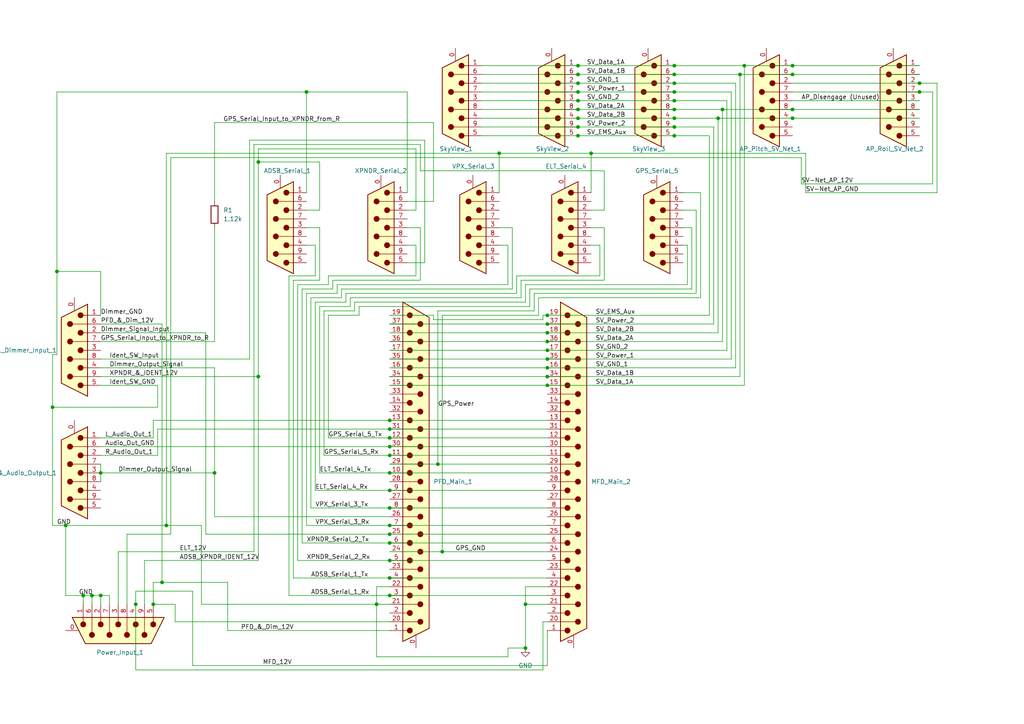
<source format=kicad_sch>
(kicad_sch (version 20230121) (generator eeschema)
  (paper "A4")
  (title_block (title "SkyView Interface board") (date "2024-02-19") (rev "v1.5"))
  (lib_symbols
    (symbol "Connector:DC37_Plug_MountingHoles" (pin_names (offset 1.016) hide)
      (property "Reference" "J" (at 0 52.705 0))
      (property "Value" "DC37_Plug_MountingHoles" (at 0 50.8 0))
      (symbol "DC37_Plug_MountingHoles_0_1"
        (circle (center -1.778 -45.72) (radius 0.762) (fill (type outline)))
        (circle (center -1.778 -40.64) (radius 0.762) (fill (type outline)))
        (circle (center -1.778 -35.56) (radius 0.762) (fill (type outline)))
        (circle (center -1.778 -30.48) (radius 0.762) (fill (type outline)))
        (circle (center -1.778 -25.4) (radius 0.762) (fill (type outline)))
        (circle (center -1.778 -20.32) (radius 0.762) (fill (type outline)))
        (circle (center -1.778 -15.24) (radius 0.762) (fill (type outline)))
        (circle (center -1.778 -10.16) (radius 0.762) (fill (type outline)))
        (circle (center -1.778 -5.08) (radius 0.762) (fill (type outline)))
        (circle (center -1.778 0) (radius 0.762) (fill (type outline)))
        (circle (center -1.778 5.08) (radius 0.762) (fill (type outline)))
        (circle (center -1.778 10.16) (radius 0.762) (fill (type outline)))
        (circle (center -1.778 15.24) (radius 0.762) (fill (type outline)))
        (circle (center -1.778 20.32) (radius 0.762) (fill (type outline)))
        (circle (center -1.778 25.4) (radius 0.762) (fill (type outline)))
        (circle (center -1.778 30.48) (radius 0.762) (fill (type outline)))
        (circle (center -1.778 35.56) (radius 0.762) (fill (type outline)))
        (circle (center -1.778 40.64) (radius 0.762) (fill (type outline)))
        (circle (center -1.778 45.72) (radius 0.762) (fill (type outline)))
        (polyline (pts (xy -3.81 -45.72) (xy -2.54 -45.72)))
        (polyline (pts (xy -3.81 -43.18) (xy 0.508 -43.18)))
        (polyline (pts (xy -3.81 -40.64) (xy -2.54 -40.64)))
        (polyline (pts (xy -3.81 -38.1) (xy 0.508 -38.1)))
        (polyline (pts (xy -3.81 -35.56) (xy -2.54 -35.56)))
        (polyline (pts (xy -3.81 -33.02) (xy 0.508 -33.02)))
        (polyline (pts (xy -3.81 -30.48) (xy -2.54 -30.48)))
        (polyline (pts (xy -3.81 -27.94) (xy 0.508 -27.94)))
        (polyline (pts (xy -3.81 -25.4) (xy -2.54 -25.4)))
        (polyline (pts (xy -3.81 -22.86) (xy 0.508 -22.86)))
        (polyline (pts (xy -3.81 -20.32) (xy -2.54 -20.32)))
        (polyline (pts (xy -3.81 -17.78) (xy 0.508 -17.78)))
        (polyline (pts (xy -3.81 -15.24) (xy -2.54 -15.24)))
        (polyline (pts (xy -3.81 -12.7) (xy 0.508 -12.7)))
        (polyline (pts (xy -3.81 -10.16) (xy -2.54 -10.16)))
        (polyline (pts (xy -3.81 -7.62) (xy 0.508 -7.62)))
        (polyline (pts (xy -3.81 -5.08) (xy -2.54 -5.08)))
        (polyline (pts (xy -3.81 -2.54) (xy 0.508 -2.54)))
        (polyline (pts (xy -3.81 0) (xy -2.54 0)))
        (polyline (pts (xy -3.81 2.54) (xy 0.508 2.54)))
        (polyline (pts (xy -3.81 5.08) (xy -2.54 5.08)))
        (polyline (pts (xy -3.81 7.62) (xy 0.508 7.62)))
        (polyline (pts (xy -3.81 10.16) (xy -2.54 10.16)))
        (polyline (pts (xy -3.81 12.7) (xy 0.508 12.7)))
        (polyline (pts (xy -3.81 15.24) (xy -2.54 15.24)))
        (polyline (pts (xy -3.81 17.78) (xy 0.508 17.78)))
        (polyline (pts (xy -3.81 20.32) (xy -2.54 20.32)))
        (polyline (pts (xy -3.81 22.86) (xy 0.508 22.86)))
        (polyline (pts (xy -3.81 25.4) (xy -2.54 25.4)))
        (polyline (pts (xy -3.81 27.94) (xy 0.508 27.94)))
        (polyline (pts (xy -3.81 30.48) (xy -2.54 30.48)))
        (polyline (pts (xy -3.81 33.02) (xy 0.508 33.02)))
        (polyline (pts (xy -3.81 35.56) (xy -2.54 35.56)))
        (polyline (pts (xy -3.81 38.1) (xy 0.508 38.1)))
        (polyline (pts (xy -3.81 40.64) (xy -2.54 40.64)))
        (polyline (pts (xy -3.81 43.18) (xy 0.508 43.18)))
        (polyline (pts (xy -3.81 45.72) (xy -2.54 45.72)))
        (polyline (pts (xy -3.81 49.53) (xy 3.81 45.085) (xy 3.81 -45.085) (xy -3.81 -48.895) (xy -3.81 49.53)) (stroke (width 0.254)) (fill (type background)))
        (circle (center 1.27 -43.18) (radius 0.762) (fill (type outline)))
        (circle (center 1.27 -38.1) (radius 0.762) (fill (type outline)))
        (circle (center 1.27 -33.02) (radius 0.762) (fill (type outline)))
        (circle (center 1.27 -27.94) (radius 0.762) (fill (type outline)))
        (circle (center 1.27 -22.86) (radius 0.762) (fill (type outline)))
        (circle (center 1.27 -17.78) (radius 0.762) (fill (type outline)))
        (circle (center 1.27 -12.7) (radius 0.762) (fill (type outline)))
        (circle (center 1.27 -7.62) (radius 0.762) (fill (type outline)))
        (circle (center 1.27 -2.54) (radius 0.762) (fill (type outline)))
        (circle (center 1.27 2.54) (radius 0.762) (fill (type outline)))
        (circle (center 1.27 7.62) (radius 0.762) (fill (type outline)))
        (circle (center 1.27 12.7) (radius 0.762) (fill (type outline)))
        (circle (center 1.27 17.78) (radius 0.762) (fill (type outline)))
        (circle (center 1.27 22.86) (radius 0.762) (fill (type outline)))
        (circle (center 1.27 27.94) (radius 0.762) (fill (type outline)))
        (circle (center 1.27 33.02) (radius 0.762) (fill (type outline)))
        (circle (center 1.27 38.1) (radius 0.762) (fill (type outline)))
        (circle (center 1.27 43.18) (radius 0.762) (fill (type outline)))
      )
      (symbol "DC37_Plug_MountingHoles_1_1"
        (pin passive line (at 0 -50.8 90) (length 3.81) (name "PAD") (number "0"))
        (pin passive line (at -7.62 -45.72 0) (length 3.81) (name "1") (number "1"))
        (pin passive line (at -7.62 0 0) (length 3.81) (name "10") (number "10"))
        (pin passive line (at -7.62 5.08 0) (length 3.81) (name "11") (number "11"))
        (pin passive line (at -7.62 10.16 0) (length 3.81) (name "12") (number "12"))
        (pin passive line (at -7.62 15.24 0) (length 3.81) (name "13") (number "13"))
        (pin passive line (at -7.62 20.32 0) (length 3.81) (name "14") (number "14"))
        (pin passive line (at -7.62 25.4 0) (length 3.81) (name "15") (number "15"))
        (pin passive line (at -7.62 30.48 0) (length 3.81) (name "16") (number "16"))
        (pin passive line (at -7.62 35.56 0) (length 3.81) (name "17") (number "17"))
        (pin passive line (at -7.62 40.64 0) (length 3.81) (name "18") (number "18"))
        (pin passive line (at -7.62 45.72 0) (length 3.81) (name "19") (number "19"))
        (pin passive line (at -7.62 -40.64 0) (length 3.81) (name "2") (number "2"))
        (pin passive line (at -7.62 -43.18 0) (length 3.81) (name "20") (number "20"))
        (pin passive line (at -7.62 -38.1 0) (length 3.81) (name "21") (number "21"))
        (pin passive line (at -7.62 -33.02 0) (length 3.81) (name "22") (number "22"))
        (pin passive line (at -7.62 -27.94 0) (length 3.81) (name "23") (number "23"))
        (pin passive line (at -7.62 -22.86 0) (length 3.81) (name "24") (number "24"))
        (pin passive line (at -7.62 -17.78 0) (length 3.81) (name "25") (number "25"))
        (pin passive line (at -7.62 -12.7 0) (length 3.81) (name "26") (number "26"))
        (pin passive line (at -7.62 -7.62 0) (length 3.81) (name "27") (number "27"))
        (pin passive line (at -7.62 -2.54 0) (length 3.81) (name "28") (number "28"))
        (pin passive line (at -7.62 2.54 0) (length 3.81) (name "29") (number "29"))
        (pin passive line (at -7.62 -35.56 0) (length 3.81) (name "3") (number "3"))
        (pin passive line (at -7.62 7.62 0) (length 3.81) (name "30") (number "30"))
        (pin passive line (at -7.62 12.7 0) (length 3.81) (name "31") (number "31"))
        (pin passive line (at -7.62 17.78 0) (length 3.81) (name "32") (number "32"))
        (pin passive line (at -7.62 22.86 0) (length 3.81) (name "33") (number "33"))
        (pin passive line (at -7.62 27.94 0) (length 3.81) (name "34") (number "34"))
        (pin passive line (at -7.62 33.02 0) (length 3.81) (name "35") (number "35"))
        (pin passive line (at -7.62 38.1 0) (length 3.81) (name "36") (number "36"))
        (pin passive line (at -7.62 43.18 0) (length 3.81) (name "37") (number "37"))
        (pin passive line (at -7.62 -30.48 0) (length 3.81) (name "4") (number "4"))
        (pin passive line (at -7.62 -25.4 0) (length 3.81) (name "5") (number "5"))
        (pin passive line (at -7.62 -20.32 0) (length 3.81) (name "6") (number "6"))
        (pin passive line (at -7.62 -15.24 0) (length 3.81) (name "7") (number "7"))
        (pin passive line (at -7.62 -10.16 0) (length 3.81) (name "8") (number "8"))
        (pin passive line (at -7.62 -5.08 0) (length 3.81) (name "9") (number "9"))
      )
    )
    (symbol "Connector:DE9_Plug_MountingHoles" (pin_names (offset 1.016) hide)
      (property "Reference" "J" (at 0 16.51 0))
      (property "Value" "DE9_Plug_MountingHoles" (at 0 14.605 0))
      (symbol "DE9_Plug_MountingHoles_0_1"
        (circle (center -1.778 -10.16) (radius 0.762) (fill (type outline)))
        (circle (center -1.778 -5.08) (radius 0.762) (fill (type outline)))
        (circle (center -1.778 0) (radius 0.762) (fill (type outline)))
        (circle (center -1.778 5.08) (radius 0.762) (fill (type outline)))
        (circle (center -1.778 10.16) (radius 0.762) (fill (type outline)))
        (polyline (pts (xy -3.81 -10.16) (xy -2.54 -10.16)))
        (polyline (pts (xy -3.81 -7.62) (xy 0.508 -7.62)))
        (polyline (pts (xy -3.81 -5.08) (xy -2.54 -5.08)))
        (polyline (pts (xy -3.81 -2.54) (xy 0.508 -2.54)))
        (polyline (pts (xy -3.81 0) (xy -2.54 0)))
        (polyline (pts (xy -3.81 2.54) (xy 0.508 2.54)))
        (polyline (pts (xy -3.81 5.08) (xy -2.54 5.08)))
        (polyline (pts (xy -3.81 7.62) (xy 0.508 7.62)))
        (polyline (pts (xy -3.81 10.16) (xy -2.54 10.16)))
        (polyline (pts (xy -3.81 -13.335) (xy -3.81 13.335) (xy 3.81 9.525) (xy 3.81 -9.525) (xy -3.81 -13.335)) (stroke (width 0.254)) (fill (type background)))
        (circle (center 1.27 -7.62) (radius 0.762) (fill (type outline)))
        (circle (center 1.27 -2.54) (radius 0.762) (fill (type outline)))
        (circle (center 1.27 2.54) (radius 0.762) (fill (type outline)))
        (circle (center 1.27 7.62) (radius 0.762) (fill (type outline)))
      )
      (symbol "DE9_Plug_MountingHoles_1_1"
        (pin passive line (at 0 -15.24 90) (length 3.81) (name "PAD") (number "0"))
        (pin passive line (at -7.62 -10.16 0) (length 3.81) (name "1") (number "1"))
        (pin passive line (at -7.62 -5.08 0) (length 3.81) (name "2") (number "2"))
        (pin passive line (at -7.62 0 0) (length 3.81) (name "3") (number "3"))
        (pin passive line (at -7.62 5.08 0) (length 3.81) (name "4") (number "4"))
        (pin passive line (at -7.62 10.16 0) (length 3.81) (name "5") (number "5"))
        (pin passive line (at -7.62 -7.62 0) (length 3.81) (name "6") (number "6"))
        (pin passive line (at -7.62 -2.54 0) (length 3.81) (name "7") (number "7"))
        (pin passive line (at -7.62 2.54 0) (length 3.81) (name "8") (number "8"))
        (pin passive line (at -7.62 7.62 0) (length 3.81) (name "9") (number "9"))
      )
    )
    (symbol "Device:R" (pin_numbers hide) (pin_names (offset 0))
      (property "Reference" "R" (at 2.032 0 90))
      (property "Value" "R" (at 0 0 90))
      (symbol "R_0_1"
        (rectangle (start -1.016 -2.54) (end 1.016 2.54) (stroke (width 0.254)))
      )
      (symbol "R_1_1"
        (pin passive line (at 0 3.81 270) (length 1.27) (name "~") (number "1"))
        (pin passive line (at 0 -3.81 90) (length 1.27) (name "~") (number "2"))
      )
    )
    (symbol "power:GND" (power) (pin_names (offset 0))
      (property "Value" "GND" (at 0 -3.81 0))
      (symbol "GND_0_1"
        (polyline (pts (xy 0 0) (xy 0 -1.27) (xy 1.27 -1.27) (xy 0 -2.54) (xy -1.27 -1.27) (xy 0 -1.27)))
      )
      (symbol "GND_1_1"
        (pin power_in line (at 0 0 270) (length 0) hide (name "GND") (number "1"))
      )
    )
  )
  (junction (at 113.03 167.64))
  (junction (at 113.03 132.08))
  (junction (at 158.75 99.06))
  (junction (at 195.58 29.21))
  (junction (at 29.21 137.16))
  (junction (at 266.7 24.13))
  (junction (at 15.24 118.11))
  (junction (at 113.03 142.24))
  (junction (at 74.93 46.99))
  (junction (at 215.9 19.05))
  (junction (at 195.58 31.75))
  (junction (at 167.64 34.29))
  (junction (at 113.03 121.92))
  (junction (at 229.87 19.05))
  (junction (at 167.64 29.21))
  (junction (at 158.75 111.76))
  (junction (at 195.58 39.37))
  (junction (at 208.28 34.29))
  (junction (at 113.03 154.94))
  (junction (at 158.75 93.98))
  (junction (at 74.93 109.22))
  (junction (at 158.75 91.44))
  (junction (at 209.55 31.75))
  (junction (at 158.75 104.14))
  (junction (at 144.78 44.45))
  (junction (at 152.4 187.96))
  (junction (at 24.13 172.72))
  (junction (at 44.45 175.26))
  (junction (at 113.03 129.54))
  (junction (at 113.03 124.46))
  (junction (at 229.87 21.59))
  (junction (at 195.58 19.05))
  (junction (at 26.67 172.72))
  (junction (at 88.9 26.67))
  (junction (at 158.75 96.52))
  (junction (at 109.22 175.26))
  (junction (at 152.4 175.26))
  (junction (at 158.75 101.6))
  (junction (at 113.03 137.16))
  (junction (at 113.03 157.48))
  (junction (at 167.64 21.59))
  (junction (at 48.26 152.4))
  (junction (at 46.99 168.91))
  (junction (at 19.05 152.4))
  (junction (at 195.58 36.83))
  (junction (at 167.64 19.05))
  (junction (at 113.03 152.4))
  (junction (at 113.03 147.32))
  (junction (at 167.64 24.13))
  (junction (at 158.75 106.68))
  (junction (at 16.51 78.74))
  (junction (at 128.27 160.02))
  (junction (at 167.64 39.37))
  (junction (at 167.64 36.83))
  (junction (at 195.58 26.67))
  (junction (at 62.23 137.16))
  (junction (at 195.58 21.59))
  (junction (at 195.58 34.29))
  (junction (at 167.64 26.67))
  (junction (at 158.75 109.22))
  (junction (at 195.58 24.13))
  (junction (at 113.03 162.56))
  (junction (at 127 134.62))
  (junction (at 39.37 175.26))
  (junction (at 266.7 26.67))
  (junction (at 113.03 172.72))
  (junction (at 113.03 127))
  (junction (at 167.64 31.75))
  (junction (at 229.87 31.75))
  (junction (at 214.63 21.59))
  (junction (at 229.87 34.29))
  (junction (at 171.45 44.45))
  (junction (at 29.21 172.72))
  (wire (pts (xy 58.42 152.4) (xy 58.42 175.26)))
  (wire (pts (xy 29.21 134.62) (xy 29.21 137.16)))
  (wire (pts (xy 72.39 40.64) (xy 123.19 40.64)))
  (wire (pts (xy 74.93 109.22) (xy 74.93 162.56)))
  (wire (pts (xy 157.48 194.31) (xy 157.48 180.34)))
  (wire (pts (xy 229.87 26.67) (xy 266.7 26.67)))
  (wire (pts (xy 113.03 104.14) (xy 158.75 104.14)))
  (wire (pts (xy 195.58 21.59) (xy 214.63 21.59)))
  (wire (pts (xy 99.06 83.82) (xy 148.59 83.82)))
  (wire (pts (xy 158.75 91.44) (xy 205.74 91.44)))
  (wire (pts (xy 29.21 172.72) (xy 29.21 175.26)))
  (wire (pts (xy 113.03 170.18) (xy 109.22 170.18)))
  (wire (pts (xy 207.01 93.98) (xy 207.01 36.83)))
  (wire (pts (xy 66.04 182.88) (xy 113.03 182.88)))
  (wire (pts (xy 167.64 24.13) (xy 195.58 24.13)))
  (wire (pts (xy 198.12 55.88) (xy 203.2 55.88)))
  (wire (pts (xy 139.7 26.67) (xy 167.64 26.67)))
  (wire (pts (xy 109.22 190.5) (xy 147.32 190.5)))
  (wire (pts (xy 154.94 90.17) (xy 154.94 85.09)))
  (wire (pts (xy 158.75 109.22) (xy 214.63 109.22)))
  (wire (pts (xy 62.23 35.56) (xy 62.23 58.42)))
  (wire (pts (xy 113.03 134.62) (xy 127 134.62)))
  (wire (pts (xy 152.4 175.26) (xy 152.4 187.96)))
  (wire (pts (xy 34.29 160.02) (xy 34.29 175.26)))
  (wire (pts (xy 36.83 175.26) (xy 36.83 154.94)))
  (wire (pts (xy 113.03 162.56) (xy 158.75 162.56)))
  (wire (pts (xy 128.27 91.44) (xy 128.27 160.02)))
  (wire (pts (xy 127 134.62) (xy 158.75 134.62)))
  (wire (pts (xy 90.17 86.36) (xy 90.17 147.32)))
  (wire (pts (xy 270.51 26.67) (xy 270.51 53.34)))
  (wire (pts (xy 120.65 60.96) (xy 120.65 43.18)))
  (wire (pts (xy 88.9 26.67) (xy 118.11 26.67)))
  (wire (pts (xy 104.14 91.44) (xy 104.14 88.9)))
  (wire (pts (xy 19.05 152.4) (xy 48.26 152.4)))
  (wire (pts (xy 55.88 193.04) (xy 158.75 193.04)))
  (wire (pts (xy 152.4 82.55) (xy 199.39 82.55)))
  (wire (pts (xy 16.51 26.67) (xy 16.51 78.74)))
  (wire (pts (xy 195.58 39.37) (xy 205.74 39.37)))
  (wire (pts (xy 91.44 87.63) (xy 100.33 87.63)))
  (wire (pts (xy 85.09 81.28) (xy 92.71 81.28)))
  (wire (pts (xy 167.64 21.59) (xy 195.58 21.59)))
  (wire (pts (xy 167.64 39.37) (xy 195.58 39.37)))
  (wire (pts (xy 144.78 44.45) (xy 48.26 44.45)))
  (wire (pts (xy 154.94 85.09) (xy 201.93 85.09)))
  (wire (pts (xy 62.23 35.56) (xy 125.73 35.56)))
  (wire (pts (xy 91.44 71.12) (xy 88.9 71.12)))
  (wire (pts (xy 156.21 91.44) (xy 128.27 91.44)))
  (wire (pts (xy 90.17 147.32) (xy 113.03 147.32)))
  (wire (pts (xy 210.82 29.21) (xy 195.58 29.21)))
  (wire (pts (xy 86.36 82.55) (xy 86.36 162.56)))
  (wire (pts (xy 152.4 82.55) (xy 152.4 87.63)))
  (wire (pts (xy 31.75 175.26) (xy 31.75 172.72)))
  (wire (pts (xy 121.92 81.28) (xy 121.92 66.04)))
  (wire (pts (xy 266.7 26.67) (xy 270.51 26.67)))
  (wire (pts (xy 59.69 154.94) (xy 113.03 154.94)))
  (wire (pts (xy 16.51 26.67) (xy 88.9 26.67)))
  (wire (pts (xy 92.71 46.99) (xy 92.71 60.96)))
  (wire (pts (xy 229.87 19.05) (xy 266.7 19.05)))
  (wire (pts (xy 232.41 53.34) (xy 232.41 45.72)))
  (wire (pts (xy 101.6 86.36) (xy 151.13 86.36)))
  (wire (pts (xy 200.66 66.04) (xy 200.66 83.82)))
  (wire (pts (xy 85.09 167.64) (xy 113.03 167.64)))
  (wire (pts (xy 120.65 80.01) (xy 95.25 80.01)))
  (wire (pts (xy 29.21 129.54) (xy 113.03 129.54)))
  (wire (pts (xy 157.48 180.34) (xy 158.75 180.34)))
  (wire (pts (xy 92.71 88.9) (xy 92.71 137.16)))
  (wire (pts (xy 210.82 101.6) (xy 210.82 29.21)))
  (wire (pts (xy 158.75 93.98) (xy 207.01 93.98)))
  (wire (pts (xy 215.9 111.76) (xy 215.9 19.05)))
  (wire (pts (xy 148.59 66.04) (xy 144.78 66.04)))
  (wire (pts (xy 113.03 175.26) (xy 109.22 175.26)))
  (wire (pts (xy 29.21 93.98) (xy 46.99 93.98)))
  (wire (pts (xy 109.22 175.26) (xy 109.22 190.5)))
  (wire (pts (xy 113.03 101.6) (xy 158.75 101.6)))
  (wire (pts (xy 157.48 91.44) (xy 158.75 91.44)))
  (wire (pts (xy 118.11 71.12) (xy 120.65 71.12)))
  (wire (pts (xy 15.24 118.11) (xy 45.72 118.11)))
  (wire (pts (xy 41.91 162.56) (xy 41.91 175.26)))
  (wire (pts (xy 266.7 24.13) (xy 271.78 24.13)))
  (wire (pts (xy 46.99 168.91) (xy 66.04 168.91)))
  (wire (pts (xy 95.25 127) (xy 95.25 91.44)))
  (wire (pts (xy 93.98 132.08) (xy 113.03 132.08)))
  (wire (pts (xy 151.13 81.28) (xy 151.13 86.36)))
  (wire (pts (xy 91.44 80.01) (xy 83.82 80.01)))
  (wire (pts (xy 26.67 172.72) (xy 29.21 172.72)))
  (wire (pts (xy 26.67 172.72) (xy 26.67 175.26)))
  (wire (pts (xy 91.44 142.24) (xy 113.03 142.24)))
  (wire (pts (xy 147.32 71.12) (xy 144.78 71.12)))
  (wire (pts (xy 229.87 29.21) (xy 266.7 29.21)))
  (wire (pts (xy 156.21 86.36) (xy 203.2 86.36)))
  (wire (pts (xy 44.45 175.26) (xy 50.8 175.26)))
  (wire (pts (xy 29.21 99.06) (xy 62.23 99.06)))
  (wire (pts (xy 102.87 87.63) (xy 102.87 90.17)))
  (wire (pts (xy 74.93 43.18) (xy 120.65 43.18)))
  (wire (pts (xy 15.24 102.87) (xy 15.24 118.11)))
  (wire (pts (xy 113.03 160.02) (xy 128.27 160.02)))
  (wire (pts (xy 55.88 171.45) (xy 55.88 193.04)))
  (wire (pts (xy 203.2 86.36) (xy 203.2 55.88)))
  (wire (pts (xy 139.7 36.83) (xy 167.64 36.83)))
  (wire (pts (xy 229.87 34.29) (xy 266.7 34.29)))
  (wire (pts (xy 147.32 190.5) (xy 147.32 187.96)))
  (wire (pts (xy 158.75 170.18) (xy 152.4 170.18)))
  (wire (pts (xy 39.37 194.31) (xy 157.48 194.31)))
  (wire (pts (xy 46.99 168.91) (xy 44.45 168.91)))
  (wire (pts (xy 195.58 36.83) (xy 207.01 36.83)))
  (wire (pts (xy 113.03 180.34) (xy 50.8 180.34)))
  (wire (pts (xy 127 90.17) (xy 127 134.62)))
  (wire (pts (xy 87.63 83.82) (xy 96.52 83.82)))
  (wire (pts (xy 39.37 171.45) (xy 39.37 175.26)))
  (wire (pts (xy 173.99 71.12) (xy 171.45 71.12)))
  (wire (pts (xy 15.24 152.4) (xy 19.05 152.4)))
  (wire (pts (xy 88.9 85.09) (xy 88.9 152.4)))
  (wire (pts (xy 55.88 171.45) (xy 39.37 171.45)))
  (wire (pts (xy 113.03 132.08) (xy 158.75 132.08)))
  (wire (pts (xy 36.83 154.94) (xy 49.53 154.94)))
  (wire (pts (xy 213.36 106.68) (xy 213.36 24.13)))
  (wire (pts (xy 152.4 87.63) (xy 102.87 87.63)))
  (wire (pts (xy 91.44 71.12) (xy 91.44 80.01)))
  (wire (pts (xy 233.68 44.45) (xy 171.45 44.45)))
  (wire (pts (xy 147.32 82.55) (xy 97.79 82.55)))
  (wire (pts (xy 158.75 99.06) (xy 209.55 99.06)))
  (wire (pts (xy 113.03 109.22) (xy 158.75 109.22)))
  (wire (pts (xy 113.03 152.4) (xy 158.75 152.4)))
  (wire (pts (xy 15.24 118.11) (xy 15.24 152.4)))
  (wire (pts (xy 118.11 60.96) (xy 120.65 60.96)))
  (wire (pts (xy 45.72 124.46) (xy 113.03 124.46)))
  (wire (pts (xy 147.32 71.12) (xy 147.32 82.55)))
  (wire (pts (xy 118.11 66.04) (xy 121.92 66.04)))
  (wire (pts (xy 158.75 106.68) (xy 213.36 106.68)))
  (wire (pts (xy 113.03 121.92) (xy 158.75 121.92)))
  (wire (pts (xy 97.79 85.09) (xy 88.9 85.09)))
  (wire (pts (xy 113.03 127) (xy 158.75 127)))
  (wire (pts (xy 175.26 49.53) (xy 121.92 49.53)))
  (wire (pts (xy 29.21 111.76) (xy 45.72 111.76)))
  (wire (pts (xy 158.75 182.88) (xy 158.75 193.04)))
  (wire (pts (xy 97.79 82.55) (xy 97.79 85.09)))
  (wire (pts (xy 215.9 19.05) (xy 229.87 19.05)))
  (wire (pts (xy 144.78 44.45) (xy 144.78 55.88)))
  (wire (pts (xy 104.14 88.9) (xy 153.67 88.9)))
  (wire (pts (xy 158.75 175.26) (xy 152.4 175.26)))
  (wire (pts (xy 214.63 21.59) (xy 229.87 21.59)))
  (wire (pts (xy 62.23 106.68) (xy 62.23 137.16)))
  (wire (pts (xy 95.25 80.01) (xy 95.25 82.55)))
  (wire (pts (xy 74.93 46.99) (xy 92.71 46.99)))
  (wire (pts (xy 29.21 78.74) (xy 16.51 78.74)))
  (wire (pts (xy 271.78 24.13) (xy 271.78 55.88)))
  (wire (pts (xy 113.03 93.98) (xy 158.75 93.98)))
  (wire (pts (xy 229.87 31.75) (xy 266.7 31.75)))
  (wire (pts (xy 102.87 90.17) (xy 93.98 90.17)))
  (wire (pts (xy 173.99 71.12) (xy 173.99 80.01)))
  (wire (pts (xy 29.21 109.22) (xy 74.93 109.22)))
  (wire (pts (xy 113.03 96.52) (xy 158.75 96.52)))
  (wire (pts (xy 195.58 31.75) (xy 209.55 31.75)))
  (wire (pts (xy 139.7 31.75) (xy 167.64 31.75)))
  (wire (pts (xy 157.48 92.71) (xy 157.48 91.44)))
  (wire (pts (xy 158.75 104.14) (xy 212.09 104.14)))
  (wire (pts (xy 113.03 137.16) (xy 158.75 137.16)))
  (wire (pts (xy 153.67 83.82) (xy 200.66 83.82)))
  (wire (pts (xy 101.6 86.36) (xy 101.6 88.9)))
  (wire (pts (xy 212.09 104.14) (xy 212.09 26.67)))
  (wire (pts (xy 171.45 60.96) (xy 175.26 60.96)))
  (wire (pts (xy 59.69 96.52) (xy 59.69 154.94)))
  (wire (pts (xy 156.21 86.36) (xy 156.21 91.44)))
  (wire (pts (xy 214.63 109.22) (xy 214.63 21.59)))
  (wire (pts (xy 113.03 154.94) (xy 158.75 154.94)))
  (wire (pts (xy 62.23 137.16) (xy 62.23 149.86)))
  (wire (pts (xy 153.67 88.9) (xy 153.67 83.82)))
  (wire (pts (xy 88.9 152.4) (xy 113.03 152.4)))
  (wire (pts (xy 167.64 19.05) (xy 195.58 19.05)))
  (wire (pts (xy 139.7 21.59) (xy 167.64 21.59)))
  (wire (pts (xy 175.26 66.04) (xy 175.26 81.28)))
  (wire (pts (xy 149.86 85.09) (xy 149.86 80.01)))
  (wire (pts (xy 74.93 46.99) (xy 74.93 109.22)))
  (wire (pts (xy 92.71 60.96) (xy 88.9 60.96)))
  (wire (pts (xy 44.45 121.92) (xy 44.45 127)))
  (wire (pts (xy 125.73 92.71) (xy 157.48 92.71)))
  (wire (pts (xy 139.7 39.37) (xy 167.64 39.37)))
  (wire (pts (xy 147.32 187.96) (xy 152.4 187.96)))
  (wire (pts (xy 149.86 80.01) (xy 173.99 80.01)))
  (wire (pts (xy 158.75 101.6) (xy 210.82 101.6)))
  (wire (pts (xy 109.22 170.18) (xy 109.22 175.26)))
  (wire (pts (xy 199.39 71.12) (xy 199.39 82.55)))
  (wire (pts (xy 45.72 124.46) (xy 45.72 132.08)))
  (wire (pts (xy 195.58 26.67) (xy 212.09 26.67)))
  (wire (pts (xy 92.71 66.04) (xy 92.71 81.28)))
  (wire (pts (xy 120.65 71.12) (xy 120.65 80.01)))
  (wire (pts (xy 229.87 21.59) (xy 266.7 21.59)))
  (wire (pts (xy 113.03 157.48) (xy 158.75 157.48)))
  (wire (pts (xy 123.19 40.64) (xy 123.19 76.2)))
  (wire (pts (xy 100.33 85.09) (xy 149.86 85.09)))
  (wire (pts (xy 125.73 35.56) (xy 125.73 58.42)))
  (wire (pts (xy 95.25 82.55) (xy 86.36 82.55)))
  (wire (pts (xy 171.45 44.45) (xy 144.78 44.45)))
  (wire (pts (xy 96.52 81.28) (xy 121.92 81.28)))
  (wire (pts (xy 73.66 41.91) (xy 73.66 160.02)))
  (wire (pts (xy 113.03 124.46) (xy 158.75 124.46)))
  (wire (pts (xy 101.6 88.9) (xy 92.71 88.9)))
  (wire (pts (xy 209.55 99.06) (xy 209.55 31.75)))
  (wire (pts (xy 198.12 66.04) (xy 200.66 66.04)))
  (wire (pts (xy 113.03 91.44) (xy 125.73 91.44)))
  (wire (pts (xy 72.39 104.14) (xy 72.39 40.64)))
  (wire (pts (xy 113.03 142.24) (xy 158.75 142.24)))
  (wire (pts (xy 175.26 60.96) (xy 175.26 49.53)))
  (wire (pts (xy 49.53 45.72) (xy 232.41 45.72)))
  (wire (pts (xy 205.74 91.44) (xy 205.74 39.37)))
  (wire (pts (xy 16.51 102.87) (xy 15.24 102.87)))
  (wire (pts (xy 92.71 66.04) (xy 88.9 66.04)))
  (wire (pts (xy 113.03 99.06) (xy 158.75 99.06)))
  (wire (pts (xy 148.59 66.04) (xy 148.59 83.82)))
  (wire (pts (xy 201.93 60.96) (xy 201.93 85.09)))
  (wire (pts (xy 233.68 55.88) (xy 233.68 44.45)))
  (wire (pts (xy 118.11 58.42) (xy 125.73 58.42)))
  (wire (pts (xy 62.23 149.86) (xy 113.03 149.86)))
  (wire (pts (xy 167.64 31.75) (xy 195.58 31.75)))
  (wire (pts (xy 167.64 26.67) (xy 195.58 26.67)))
  (wire (pts (xy 39.37 175.26) (xy 39.37 194.31)))
  (wire (pts (xy 45.72 111.76) (xy 45.72 118.11)))
  (wire (pts (xy 66.04 168.91) (xy 66.04 182.88)))
  (wire (pts (xy 49.53 45.72) (xy 49.53 154.94)))
  (wire (pts (xy 19.05 152.4) (xy 19.05 172.72)))
  (wire (pts (xy 233.68 55.88) (xy 271.78 55.88)))
  (wire (pts (xy 128.27 160.02) (xy 158.75 160.02)))
  (wire (pts (xy 167.64 36.83) (xy 195.58 36.83)))
  (wire (pts (xy 29.21 78.74) (xy 29.21 91.44)))
  (wire (pts (xy 171.45 44.45) (xy 171.45 55.88)))
  (wire (pts (xy 29.21 96.52) (xy 59.69 96.52)))
  (wire (pts (xy 50.8 180.34) (xy 50.8 175.26)))
  (wire (pts (xy 92.71 137.16) (xy 113.03 137.16)))
  (wire (pts (xy 29.21 106.68) (xy 62.23 106.68)))
  (wire (pts (xy 87.63 157.48) (xy 87.63 83.82)))
  (wire (pts (xy 44.45 168.91) (xy 44.45 175.26)))
  (wire (pts (xy 96.52 83.82) (xy 96.52 81.28)))
  (wire (pts (xy 100.33 87.63) (xy 100.33 85.09)))
  (wire (pts (xy 73.66 41.91) (xy 121.92 41.91)))
  (wire (pts (xy 29.21 137.16) (xy 29.21 139.7)))
  (wire (pts (xy 113.03 129.54) (xy 158.75 129.54)))
  (wire (pts (xy 93.98 90.17) (xy 93.98 132.08)))
  (wire (pts (xy 118.11 26.67) (xy 118.11 55.88)))
  (wire (pts (xy 58.42 175.26) (xy 109.22 175.26)))
  (wire (pts (xy 99.06 86.36) (xy 99.06 83.82)))
  (wire (pts (xy 158.75 96.52) (xy 208.28 96.52)))
  (wire (pts (xy 125.73 91.44) (xy 125.73 92.71)))
  (wire (pts (xy 113.03 106.68) (xy 158.75 106.68)))
  (wire (pts (xy 171.45 66.04) (xy 175.26 66.04)))
  (wire (pts (xy 87.63 157.48) (xy 113.03 157.48)))
  (wire (pts (xy 29.21 127) (xy 44.45 127)))
  (wire (pts (xy 208.28 34.29) (xy 229.87 34.29)))
  (wire (pts (xy 95.25 91.44) (xy 104.14 91.44)))
  (wire (pts (xy 167.64 34.29) (xy 195.58 34.29)))
  (wire (pts (xy 95.25 127) (xy 113.03 127)))
  (wire (pts (xy 88.9 26.67) (xy 88.9 55.88)))
  (wire (pts (xy 31.75 172.72) (xy 29.21 172.72)))
  (wire (pts (xy 121.92 49.53) (xy 121.92 41.91)))
  (wire (pts (xy 74.93 43.18) (xy 74.93 46.99)))
  (wire (pts (xy 85.09 167.64) (xy 85.09 81.28)))
  (wire (pts (xy 34.29 160.02) (xy 73.66 160.02)))
  (wire (pts (xy 46.99 93.98) (xy 46.99 168.91)))
  (wire (pts (xy 86.36 162.56) (xy 113.03 162.56)))
  (wire (pts (xy 232.41 53.34) (xy 270.51 53.34)))
  (wire (pts (xy 83.82 80.01) (xy 83.82 172.72)))
  (wire (pts (xy 62.23 66.04) (xy 62.23 99.06)))
  (wire (pts (xy 48.26 44.45) (xy 48.26 152.4)))
  (wire (pts (xy 195.58 24.13) (xy 213.36 24.13)))
  (wire (pts (xy 58.42 152.4) (xy 48.26 152.4)))
  (wire (pts (xy 44.45 121.92) (xy 113.03 121.92)))
  (wire (pts (xy 229.87 24.13) (xy 266.7 24.13)))
  (wire (pts (xy 152.4 170.18) (xy 152.4 175.26)))
  (wire (pts (xy 139.7 34.29) (xy 167.64 34.29)))
  (wire (pts (xy 45.72 132.08) (xy 29.21 132.08)))
  (wire (pts (xy 158.75 111.76) (xy 215.9 111.76)))
  (wire (pts (xy 208.28 96.52) (xy 208.28 34.29)))
  (wire (pts (xy 90.17 86.36) (xy 99.06 86.36)))
  (wire (pts (xy 175.26 81.28) (xy 151.13 81.28)))
  (wire (pts (xy 91.44 142.24) (xy 91.44 87.63)))
  (wire (pts (xy 113.03 111.76) (xy 158.75 111.76)))
  (wire (pts (xy 118.11 76.2) (xy 123.19 76.2)))
  (wire (pts (xy 209.55 31.75) (xy 229.87 31.75)))
  (wire (pts (xy 198.12 71.12) (xy 199.39 71.12)))
  (wire (pts (xy 19.05 172.72) (xy 24.13 172.72)))
  (wire (pts (xy 201.93 60.96) (xy 198.12 60.96)))
  (wire (pts (xy 139.7 19.05) (xy 167.64 19.05)))
  (wire (pts (xy 113.03 172.72) (xy 158.75 172.72)))
  (wire (pts (xy 29.21 104.14) (xy 72.39 104.14)))
  (wire (pts (xy 24.13 172.72) (xy 26.67 172.72)))
  (wire (pts (xy 83.82 172.72) (xy 113.03 172.72)))
  (wire (pts (xy 195.58 19.05) (xy 215.9 19.05)))
  (wire (pts (xy 24.13 172.72) (xy 24.13 175.26)))
  (wire (pts (xy 41.91 162.56) (xy 74.93 162.56)))
  (wire (pts (xy 167.64 29.21) (xy 195.58 29.21)))
  (wire (pts (xy 113.03 167.64) (xy 158.75 167.64)))
  (wire (pts (xy 139.7 24.13) (xy 167.64 24.13)))
  (wire (pts (xy 139.7 29.21) (xy 167.64 29.21)))
  (wire (pts (xy 29.21 137.16) (xy 62.23 137.16)))
  (wire (pts (xy 16.51 78.74) (xy 16.51 102.87)))
  (wire (pts (xy 127 90.17) (xy 154.94 90.17)))
  (wire (pts (xy 113.03 147.32) (xy 158.75 147.32)))
  (wire (pts (xy 195.58 34.29) (xy 208.28 34.29)))
  (label "GPS_Serial_5_Rx" (at 93.98 132.08 0))
  (label "SV_Power_1" (at 172.72 104.14 0))
  (label "SV_GND_2" (at 172.72 101.6 0))
  (label "SV_Data_1A" (at 170.18 19.05 0))
  (label "SV_Power_2" (at 170.18 36.83 0))
  (label "GPS_Serial_Input_to_XPNDR_to_R" (at 29.21 99.06 0))
  (label "GPS_Serial_5_Tx" (at 95.25 127 0))
  (label "Audio_Out_GND" (at 30.48 129.54 0))
  (label "SV_Data_2A" (at 172.72 99.06 0))
  (label "SV_Data_2B" (at 172.72 96.52 0))
  (label "ELT_Serial_4_Tx" (at 92.71 137.16 0))
  (label "MFD_12V" (at 76.2 193.04 0))
  (label "SV-Net_AP_12V" (at 232.41 53.34 0))
  (label "SV_EMS_Aux" (at 172.72 91.44 0))
  (label "SV_Data_2B" (at 170.18 34.29 0))
  (label "SV_Data_1B" (at 170.18 21.59 0))
  (label "GPS_Serial_Input_to_XPNDR_from_R" (at 64.77 35.56 0))
  (label "AP_Disengage (Unused)" (at 232.41 29.21 0))
  (label "SV_Data_1B" (at 172.72 109.22 0))
  (label "SV_Data_2A" (at 170.18 31.75 0))
  (label "GPS_Power" (at 127 118.11 0))
  (label "VPX_Serial_3_Rx" (at 91.44 152.4 0))
  (label "Ident_SW_GND" (at 31.75 111.76 0))
  (label "ADSB_Serial_1_Tx" (at 90.17 167.64 0))
  (label "Dimmer_Signal_Input" (at 29.21 96.52 0))
  (label "GPS_GND" (at 132.08 160.02 0))
  (label "Dimmer_GND" (at 29.21 91.44 0))
  (label "XPNDR_Serial_2_Tx" (at 88.9 157.48 0))
  (label "SV-Net_AP_GND" (at 233.68 55.88 0))
  (label "SV_Power_1" (at 170.18 26.67 0))
  (label "Dimmer_Output_Signal" (at 34.29 137.16 0))
  (label "GND" (at 16.51 152.4 0))
  (label "ELT_Serial_4_Rx" (at 91.44 142.24 0))
  (label "Dimmer_Output_Signal" (at 31.75 106.68 0))
  (label "ADSB_XPNDR_IDENT_12V" (at 52.07 162.56 0))
  (label "SV_GND_1" (at 170.18 24.13 0))
  (label "ELT_12V" (at 52.07 160.02 0))
  (label "ADSB_Serial_1_Rx" (at 90.17 172.72 0))
  (label "R_Audio_Out_1" (at 30.48 132.08 0))
  (label "SV_Power_2" (at 172.72 93.98 0))
  (label "Ident_SW_Input" (at 31.75 104.14 0))
  (label "XPNDR_Serial_2_Rx" (at 88.9 162.56 0))
  (label "XPNDR_&_IDENT_12V" (at 31.75 109.22 0))
  (label "SV_EMS_Aux" (at 170.18 39.37 0))
  (label "GND" (at 22.86 172.72 0))
  (label "PFD_&_Dim_12V" (at 29.21 93.98 0))
  (label "SV_GND_1" (at 172.72 106.68 0))
  (label "L_Audio_Out_1" (at 30.48 127 0))
  (label "SV_GND_2" (at 170.18 29.21 0))
  (label "VPX_Serial_3_Tx" (at 91.44 147.32 0))
  (label "PFD_&_Dim_12V" (at 69.85 182.88 0))
  (label "SV_Data_1A" (at 172.72 111.76 0))
  (symbol (lib_id "Connector:DE9_Plug_MountingHoles") (at 110.49 66.04 180) (unit 1)
    (property "Reference" "XPNDR_Serial_2" (at 118.11 49.53 0) (effects (justify left)))
    (property "Value" "DE9_Plug_MountingHoles" (effects hide))
    (property "Footprint" "Connector_Dsub:DSUB-9_Male_Vertical_P2.77x2.84mm_MountingHoles" (effects hide))
    (property "Datasheet" " ~" (effects hide))
  )
  (symbol (lib_id "Connector:DC37_Plug_MountingHoles") (at 166.37 137.16 0) (unit 1)
    (property "Reference" "MFD_Main_2" (at 171.45 139.7 0) (effects (justify left)))
    (property "Value" "DC37_Plug_MountingHoles" (effects hide))
    (property "Footprint" "Connector_Dsub:DSUB-37_Male_Vertical_P2.77x2.84mm_MountingHoles" (effects hide))
    (property "Datasheet" " ~" (effects hide))
  )
  (symbol (lib_id "Connector:DE9_Plug_MountingHoles") (at 81.28 66.04 180) (unit 1)
    (property "Reference" "ADSB_Serial_1" (at 90.17 49.53 0) (effects (justify left)))
    (property "Value" "DE9_Plug_MountingHoles" (effects hide))
    (property "Footprint" "Connector_Dsub:DSUB-9_Male_Vertical_P2.77x2.84mm_MountingHoles" (effects hide))
    (property "Datasheet" " ~" (effects hide))
  )
  (symbol (lib_id "Connector:DE9_Plug_MountingHoles") (at 21.59 137.16 180) (unit 1)
    (property "Reference" "Dimmer_&_Audio_Output_1" (at 16.51 137.16 0) (effects (justify left)))
    (property "Value" "DE9_Plug_MountingHoles" (effects hide))
    (property "Footprint" "Connector_Dsub:DSUB-9_Male_Vertical_P2.77x2.84mm_MountingHoles" (effects hide))
    (property "Datasheet" " ~" (effects hide))
  )
  (symbol (lib_id "Connector:DE9_Plug_MountingHoles") (at 163.83 66.04 180) (unit 1)
    (property "Reference" "ELT_Serial_4" (at 170.18 48.26 0) (effects (justify left)))
    (property "Value" "DE9_Plug_MountingHoles" (effects hide))
    (property "Footprint" "Connector_Dsub:DSUB-9_Male_Vertical_P2.77x2.84mm_MountingHoles" (effects hide))
    (property "Datasheet" " ~" (effects hide))
  )
  (symbol (lib_id "Connector:DE9_Plug_MountingHoles") (at 187.96 29.21 180) (unit 1)
    (property "Reference" "SkyView_3" (at 193.04 43.18 0) (effects (justify left)))
    (property "Value" "DE9_Plug_MountingHoles" (effects hide))
    (property "Footprint" "Connector_Dsub:DSUB-9_Male_Vertical_P2.77x2.84mm_MountingHoles" (effects hide))
    (property "Datasheet" " ~" (effects hide))
  )
  (symbol (lib_id "Connector:DE9_Plug_MountingHoles") (at 259.08 29.21 180) (unit 1)
    (property "Reference" "AP_Roll_SV_Net_2" (at 267.97 43.18 0) (effects (justify left)))
    (property "Value" "DE9_Plug_MountingHoles" (effects hide))
    (property "Footprint" "Connector_Dsub:DSUB-9_Male_Vertical_P2.77x2.84mm_MountingHoles" (effects hide))
    (property "Datasheet" " ~" (effects hide))
  )
  (symbol (lib_id "Connector:DE9_Plug_MountingHoles") (at 21.59 101.6 180) (unit 1)
    (property "Reference" "Ident_&_Dimmer_Input_1" (at 16.51 101.6 0) (effects (justify left)))
    (property "Value" "DE9_Plug_MountingHoles" (effects hide))
    (property "Footprint" "Connector_Dsub:DSUB-9_Male_Vertical_P2.77x2.84mm_MountingHoles" (effects hide))
    (property "Datasheet" " ~" (effects hide))
  )
  (symbol (lib_id "Connector:DE9_Plug_MountingHoles") (at 160.02 29.21 180) (unit 1)
    (property "Reference" "SkyView_2" (at 165.1 43.18 0) (effects (justify left)))
    (property "Value" "DE9_Plug_MountingHoles" (effects hide))
    (property "Footprint" "Connector_Dsub:DSUB-9_Male_Vertical_P2.77x2.84mm_MountingHoles" (effects hide))
    (property "Datasheet" " ~" (effects hide))
  )
  (symbol (lib_id "Connector:DE9_Plug_MountingHoles") (at 132.08 29.21 180) (unit 1)
    (property "Reference" "SkyView_1" (at 137.16 43.18 0) (effects (justify left)))
    (property "Value" "DE9_Plug_MountingHoles" (effects hide))
    (property "Footprint" "Connector_Dsub:DSUB-9_Male_Vertical_P2.77x2.84mm_MountingHoles" (effects hide))
    (property "Datasheet" " ~" (effects hide))
  )
  (symbol (lib_id "Connector:DE9_Plug_MountingHoles") (at 34.29 182.88 270) (unit 1)
    (property "Reference" "Power_Input_1" (at 27.94 189.23 90) (effects (justify left)))
    (property "Value" "DE9_Plug_MountingHoles" (effects hide))
    (property "Footprint" "Connector_Dsub:DSUB-9_Male_Vertical_P2.77x2.84mm_MountingHoles" (effects hide))
    (property "Datasheet" " ~" (effects hide))
  )
  (symbol (lib_id "Connector:DE9_Plug_MountingHoles") (at 222.25 29.21 180) (unit 1)
    (property "Reference" "AP_Pitch_SV_Net_1" (at 232.41 43.18 0) (effects (justify left)))
    (property "Value" "DE9_Plug_MountingHoles" (effects hide))
    (property "Footprint" "Connector_Dsub:DSUB-9_Male_Vertical_P2.77x2.84mm_MountingHoles" (effects hide))
    (property "Datasheet" " ~" (effects hide))
  )
  (symbol (lib_id "power:GND") (at 152.4 187.96 0) (unit 1)
    (property "Reference" "#PWR01" (effects hide))
    (property "Value" "GND" (at 152.4 193.04 0))
  )
  (symbol (lib_id "Connector:DC37_Plug_MountingHoles") (at 120.65 137.16 0) (unit 1)
    (property "Reference" "PFD_Main_1" (at 125.73 139.7 0) (effects (justify left)))
    (property "Value" "DC37_Plug_MountingHoles" (effects hide))
    (property "Footprint" "Connector_Dsub:DSUB-37_Male_Vertical_P2.77x2.84mm_MountingHoles" (effects hide))
    (property "Datasheet" " ~" (effects hide))
  )
  (symbol (lib_id "Connector:DE9_Plug_MountingHoles") (at 137.16 66.04 180) (unit 1)
    (property "Reference" "VPX_Serial_3" (at 143.51 48.26 0) (effects (justify left)))
    (property "Value" "DE9_Plug_MountingHoles" (effects hide))
    (property "Footprint" "Connector_Dsub:DSUB-9_Male_Vertical_P2.77x2.84mm_MountingHoles" (effects hide))
    (property "Datasheet" " ~" (effects hide))
  )
  (symbol (lib_id "Connector:DE9_Plug_MountingHoles") (at 190.5 66.04 180) (unit 1)
    (property "Reference" "GPS_Serial_5" (at 196.85 49.53 0) (effects (justify left)))
    (property "Value" "DE9_Plug_MountingHoles" (effects hide))
    (property "Footprint" "Connector_Dsub:DSUB-9_Male_Vertical_P2.77x2.84mm_MountingHoles" (effects hide))
    (property "Datasheet" " ~" (effects hide))
  )
  (symbol (lib_id "Device:R") (at 62.23 62.23 0) (unit 1)
    (property "Reference" "R1" (at 64.77 60.96 0) (effects (justify left)))
    (property "Value" "1.12k" (at 64.77 63.5 0) (effects (justify left)))
    (property "Footprint" "Resistor_THT:R_Axial_DIN0207_L6.3mm_D2.5mm_P10.16mm_Horizontal" (effects hide))
  )
)
</source>
